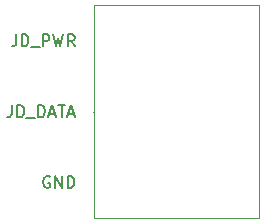
<source format=gbr>
%TF.GenerationSoftware,KiCad,Pcbnew,9.0.0*%
%TF.CreationDate,2025-02-27T18:52:30+00:00*%
%TF.ProjectId,vm_rgb_led_0.1,766d5f72-6762-45f6-9c65-645f302e312e,v0.1*%
%TF.SameCoordinates,PX52f83c0PY47868c0*%
%TF.FileFunction,Other,User*%
%FSLAX46Y46*%
G04 Gerber Fmt 4.6, Leading zero omitted, Abs format (unit mm)*
G04 Created by KiCad (PCBNEW 9.0.0) date 2025-02-27 18:52:30*
%MOMM*%
%LPD*%
G01*
G04 APERTURE LIST*
%ADD10C,0.100000*%
%ADD11C,0.150000*%
%ADD12C,0.130000*%
%ADD13C,0.110000*%
%ADD14C,0.120000*%
G04 APERTURE END LIST*
D10*
X-7000000Y9000000D02*
X7000000Y9000000D01*
X7000000Y-9000000D01*
X-7000000Y-9000000D01*
X-7000000Y9000000D01*
D11*
X-13976191Y545181D02*
X-13976191Y-169104D01*
X-13976191Y-169104D02*
X-14023810Y-311961D01*
X-14023810Y-311961D02*
X-14119048Y-407200D01*
X-14119048Y-407200D02*
X-14261905Y-454819D01*
X-14261905Y-454819D02*
X-14357143Y-454819D01*
X-13500000Y-454819D02*
X-13500000Y545181D01*
X-13500000Y545181D02*
X-13261905Y545181D01*
X-13261905Y545181D02*
X-13119048Y497562D01*
X-13119048Y497562D02*
X-13023810Y402324D01*
X-13023810Y402324D02*
X-12976191Y307086D01*
X-12976191Y307086D02*
X-12928572Y116610D01*
X-12928572Y116610D02*
X-12928572Y-26247D01*
X-12928572Y-26247D02*
X-12976191Y-216723D01*
X-12976191Y-216723D02*
X-13023810Y-311961D01*
X-13023810Y-311961D02*
X-13119048Y-407200D01*
X-13119048Y-407200D02*
X-13261905Y-454819D01*
X-13261905Y-454819D02*
X-13500000Y-454819D01*
X-12738095Y-550057D02*
X-11976191Y-550057D01*
X-11738095Y-454819D02*
X-11738095Y545181D01*
X-11738095Y545181D02*
X-11500000Y545181D01*
X-11500000Y545181D02*
X-11357143Y497562D01*
X-11357143Y497562D02*
X-11261905Y402324D01*
X-11261905Y402324D02*
X-11214286Y307086D01*
X-11214286Y307086D02*
X-11166667Y116610D01*
X-11166667Y116610D02*
X-11166667Y-26247D01*
X-11166667Y-26247D02*
X-11214286Y-216723D01*
X-11214286Y-216723D02*
X-11261905Y-311961D01*
X-11261905Y-311961D02*
X-11357143Y-407200D01*
X-11357143Y-407200D02*
X-11500000Y-454819D01*
X-11500000Y-454819D02*
X-11738095Y-454819D01*
X-10785714Y-169104D02*
X-10309524Y-169104D01*
X-10880952Y-454819D02*
X-10547619Y545181D01*
X-10547619Y545181D02*
X-10214286Y-454819D01*
X-10023809Y545181D02*
X-9452381Y545181D01*
X-9738095Y-454819D02*
X-9738095Y545181D01*
X-9166666Y-169104D02*
X-8690476Y-169104D01*
X-9261904Y-454819D02*
X-8928571Y545181D01*
X-8928571Y545181D02*
X-8595238Y-454819D01*
X-13609524Y6545181D02*
X-13609524Y5830896D01*
X-13609524Y5830896D02*
X-13657143Y5688039D01*
X-13657143Y5688039D02*
X-13752381Y5592800D01*
X-13752381Y5592800D02*
X-13895238Y5545181D01*
X-13895238Y5545181D02*
X-13990476Y5545181D01*
X-13133333Y5545181D02*
X-13133333Y6545181D01*
X-13133333Y6545181D02*
X-12895238Y6545181D01*
X-12895238Y6545181D02*
X-12752381Y6497562D01*
X-12752381Y6497562D02*
X-12657143Y6402324D01*
X-12657143Y6402324D02*
X-12609524Y6307086D01*
X-12609524Y6307086D02*
X-12561905Y6116610D01*
X-12561905Y6116610D02*
X-12561905Y5973753D01*
X-12561905Y5973753D02*
X-12609524Y5783277D01*
X-12609524Y5783277D02*
X-12657143Y5688039D01*
X-12657143Y5688039D02*
X-12752381Y5592800D01*
X-12752381Y5592800D02*
X-12895238Y5545181D01*
X-12895238Y5545181D02*
X-13133333Y5545181D01*
X-12371428Y5449943D02*
X-11609524Y5449943D01*
X-11371428Y5545181D02*
X-11371428Y6545181D01*
X-11371428Y6545181D02*
X-10990476Y6545181D01*
X-10990476Y6545181D02*
X-10895238Y6497562D01*
X-10895238Y6497562D02*
X-10847619Y6449943D01*
X-10847619Y6449943D02*
X-10800000Y6354705D01*
X-10800000Y6354705D02*
X-10800000Y6211848D01*
X-10800000Y6211848D02*
X-10847619Y6116610D01*
X-10847619Y6116610D02*
X-10895238Y6068991D01*
X-10895238Y6068991D02*
X-10990476Y6021372D01*
X-10990476Y6021372D02*
X-11371428Y6021372D01*
X-10466666Y6545181D02*
X-10228571Y5545181D01*
X-10228571Y5545181D02*
X-10038095Y6259467D01*
X-10038095Y6259467D02*
X-9847619Y5545181D01*
X-9847619Y5545181D02*
X-9609523Y6545181D01*
X-8657143Y5545181D02*
X-8990476Y6021372D01*
X-9228571Y5545181D02*
X-9228571Y6545181D01*
X-9228571Y6545181D02*
X-8847619Y6545181D01*
X-8847619Y6545181D02*
X-8752381Y6497562D01*
X-8752381Y6497562D02*
X-8704762Y6449943D01*
X-8704762Y6449943D02*
X-8657143Y6354705D01*
X-8657143Y6354705D02*
X-8657143Y6211848D01*
X-8657143Y6211848D02*
X-8704762Y6116610D01*
X-8704762Y6116610D02*
X-8752381Y6068991D01*
X-8752381Y6068991D02*
X-8847619Y6021372D01*
X-8847619Y6021372D02*
X-9228571Y6021372D01*
X-10761905Y-5502438D02*
X-10857143Y-5454819D01*
X-10857143Y-5454819D02*
X-11000000Y-5454819D01*
X-11000000Y-5454819D02*
X-11142857Y-5502438D01*
X-11142857Y-5502438D02*
X-11238095Y-5597676D01*
X-11238095Y-5597676D02*
X-11285714Y-5692914D01*
X-11285714Y-5692914D02*
X-11333333Y-5883390D01*
X-11333333Y-5883390D02*
X-11333333Y-6026247D01*
X-11333333Y-6026247D02*
X-11285714Y-6216723D01*
X-11285714Y-6216723D02*
X-11238095Y-6311961D01*
X-11238095Y-6311961D02*
X-11142857Y-6407200D01*
X-11142857Y-6407200D02*
X-11000000Y-6454819D01*
X-11000000Y-6454819D02*
X-10904762Y-6454819D01*
X-10904762Y-6454819D02*
X-10761905Y-6407200D01*
X-10761905Y-6407200D02*
X-10714286Y-6359580D01*
X-10714286Y-6359580D02*
X-10714286Y-6026247D01*
X-10714286Y-6026247D02*
X-10904762Y-6026247D01*
X-10285714Y-6454819D02*
X-10285714Y-5454819D01*
X-10285714Y-5454819D02*
X-9714286Y-6454819D01*
X-9714286Y-6454819D02*
X-9714286Y-5454819D01*
X-9238095Y-6454819D02*
X-9238095Y-5454819D01*
X-9238095Y-5454819D02*
X-9000000Y-5454819D01*
X-9000000Y-5454819D02*
X-8857143Y-5502438D01*
X-8857143Y-5502438D02*
X-8761905Y-5597676D01*
X-8761905Y-5597676D02*
X-8714286Y-5692914D01*
X-8714286Y-5692914D02*
X-8666667Y-5883390D01*
X-8666667Y-5883390D02*
X-8666667Y-6026247D01*
X-8666667Y-6026247D02*
X-8714286Y-6216723D01*
X-8714286Y-6216723D02*
X-8761905Y-6311961D01*
X-8761905Y-6311961D02*
X-8857143Y-6407200D01*
X-8857143Y-6407200D02*
X-9000000Y-6454819D01*
X-9000000Y-6454819D02*
X-9238095Y-6454819D01*
D12*
%TO.C,GS3*%
X-7000000Y0D02*
X-7000000Y0D01*
D13*
%TO.C,GS1*%
X-7000000Y6000000D02*
X-7000000Y6000000D01*
D14*
%TO.C,GS2*%
X-7000000Y-6000000D02*
X-7000000Y-6000000D01*
%TD*%
M02*

</source>
